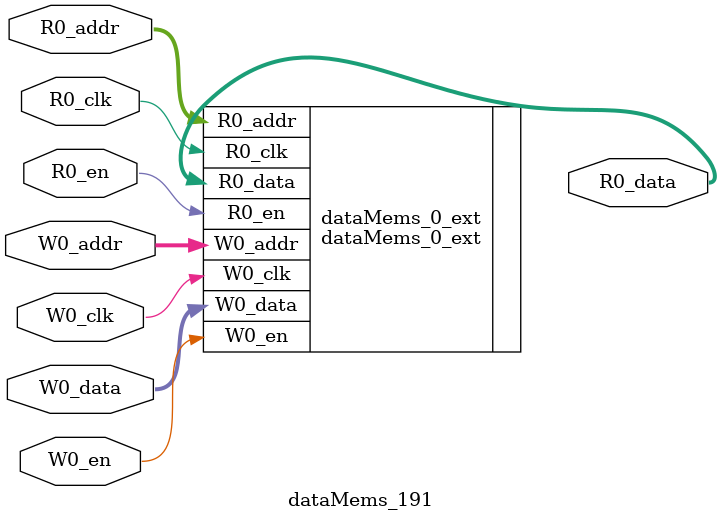
<source format=sv>
`ifndef RANDOMIZE
  `ifdef RANDOMIZE_REG_INIT
    `define RANDOMIZE
  `endif // RANDOMIZE_REG_INIT
`endif // not def RANDOMIZE
`ifndef RANDOMIZE
  `ifdef RANDOMIZE_MEM_INIT
    `define RANDOMIZE
  `endif // RANDOMIZE_MEM_INIT
`endif // not def RANDOMIZE

`ifndef RANDOM
  `define RANDOM $random
`endif // not def RANDOM

// Users can define 'PRINTF_COND' to add an extra gate to prints.
`ifndef PRINTF_COND_
  `ifdef PRINTF_COND
    `define PRINTF_COND_ (`PRINTF_COND)
  `else  // PRINTF_COND
    `define PRINTF_COND_ 1
  `endif // PRINTF_COND
`endif // not def PRINTF_COND_

// Users can define 'ASSERT_VERBOSE_COND' to add an extra gate to assert error printing.
`ifndef ASSERT_VERBOSE_COND_
  `ifdef ASSERT_VERBOSE_COND
    `define ASSERT_VERBOSE_COND_ (`ASSERT_VERBOSE_COND)
  `else  // ASSERT_VERBOSE_COND
    `define ASSERT_VERBOSE_COND_ 1
  `endif // ASSERT_VERBOSE_COND
`endif // not def ASSERT_VERBOSE_COND_

// Users can define 'STOP_COND' to add an extra gate to stop conditions.
`ifndef STOP_COND_
  `ifdef STOP_COND
    `define STOP_COND_ (`STOP_COND)
  `else  // STOP_COND
    `define STOP_COND_ 1
  `endif // STOP_COND
`endif // not def STOP_COND_

// Users can define INIT_RANDOM as general code that gets injected into the
// initializer block for modules with registers.
`ifndef INIT_RANDOM
  `define INIT_RANDOM
`endif // not def INIT_RANDOM

// If using random initialization, you can also define RANDOMIZE_DELAY to
// customize the delay used, otherwise 0.002 is used.
`ifndef RANDOMIZE_DELAY
  `define RANDOMIZE_DELAY 0.002
`endif // not def RANDOMIZE_DELAY

// Define INIT_RANDOM_PROLOG_ for use in our modules below.
`ifndef INIT_RANDOM_PROLOG_
  `ifdef RANDOMIZE
    `ifdef VERILATOR
      `define INIT_RANDOM_PROLOG_ `INIT_RANDOM
    `else  // VERILATOR
      `define INIT_RANDOM_PROLOG_ `INIT_RANDOM #`RANDOMIZE_DELAY begin end
    `endif // VERILATOR
  `else  // RANDOMIZE
    `define INIT_RANDOM_PROLOG_
  `endif // RANDOMIZE
`endif // not def INIT_RANDOM_PROLOG_

// Include register initializers in init blocks unless synthesis is set
`ifndef SYNTHESIS
  `ifndef ENABLE_INITIAL_REG_
    `define ENABLE_INITIAL_REG_
  `endif // not def ENABLE_INITIAL_REG_
`endif // not def SYNTHESIS

// Include rmemory initializers in init blocks unless synthesis is set
`ifndef SYNTHESIS
  `ifndef ENABLE_INITIAL_MEM_
    `define ENABLE_INITIAL_MEM_
  `endif // not def ENABLE_INITIAL_MEM_
`endif // not def SYNTHESIS

module dataMems_191(	// @[generators/ara/src/main/scala/UnsafeAXI4ToTL.scala:365:62]
  input  [4:0]   R0_addr,
  input          R0_en,
  input          R0_clk,
  output [130:0] R0_data,
  input  [4:0]   W0_addr,
  input          W0_en,
  input          W0_clk,
  input  [130:0] W0_data
);

  dataMems_0_ext dataMems_0_ext (	// @[generators/ara/src/main/scala/UnsafeAXI4ToTL.scala:365:62]
    .R0_addr (R0_addr),
    .R0_en   (R0_en),
    .R0_clk  (R0_clk),
    .R0_data (R0_data),
    .W0_addr (W0_addr),
    .W0_en   (W0_en),
    .W0_clk  (W0_clk),
    .W0_data (W0_data)
  );
endmodule


</source>
